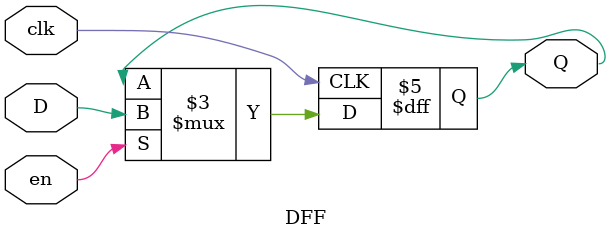
<source format=v>
`timescale 1ns / 1ps

module DFF (
    input clk,
    input en,
    input D,
    output reg Q
);  

  always @(posedge clk)
  begin 
  if (en == 1) // slow clock enable signal 
    Q <= D;
  end 
endmodule
</source>
